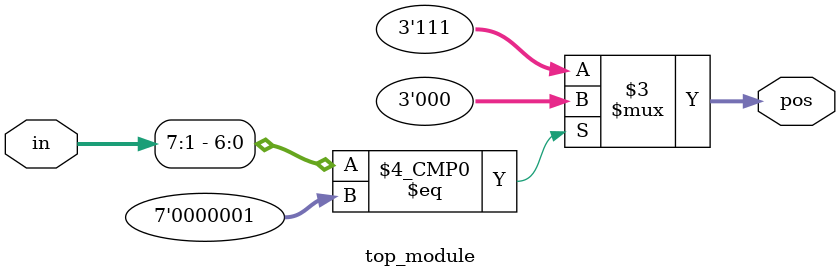
<source format=sv>
module top_module (
    input [7:0] in,
    output reg [2:0] pos
);

    always @* begin
        casez(in)
            8'b0000001?: pos = 0;
            8'b000001?: pos = 1;
            8'b00001?: pos = 2;
            8'b0001?: pos = 3;
            8'b001?: pos = 4;
            8'b01?: pos = 5;
            8'b1?: pos = 6;
            default: pos = 7;
        endcase
    end

endmodule

</source>
